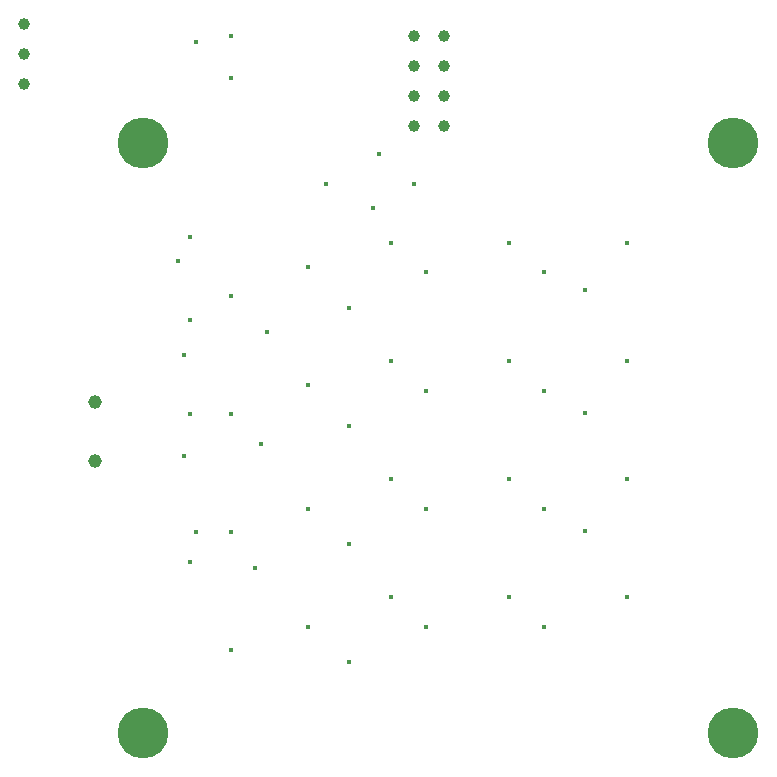
<source format=gbr>
%TF.GenerationSoftware,KiCad,Pcbnew,5.1.9+dfsg1-1~bpo10+1*%
%TF.CreationDate,2021-09-24T07:36:27+00:00*%
%TF.ProjectId,blinkenlights,626c696e-6b65-46e6-9c69-676874732e6b,rev?*%
%TF.SameCoordinates,Original*%
%TF.FileFunction,Plated,1,2,PTH,Drill*%
%TF.FilePolarity,Positive*%
%FSLAX46Y46*%
G04 Gerber Fmt 4.6, Leading zero omitted, Abs format (unit mm)*
G04 Created by KiCad (PCBNEW 5.1.9+dfsg1-1~bpo10+1) date 2021-09-24 07:36:27*
%MOMM*%
%LPD*%
G01*
G04 APERTURE LIST*
%TA.AperFunction,ViaDrill*%
%ADD10C,0.400000*%
%TD*%
%TA.AperFunction,ComponentDrill*%
%ADD11C,1.000000*%
%TD*%
%TA.AperFunction,ComponentDrill*%
%ADD12C,1.150000*%
%TD*%
%TA.AperFunction,ComponentDrill*%
%ADD13C,4.300000*%
%TD*%
G04 APERTURE END LIST*
D10*
X118000000Y-75000000D03*
X118500000Y-83000000D03*
X118500000Y-91500000D03*
X119000000Y-73000000D03*
X119000000Y-80000000D03*
X119000000Y-88000000D03*
X119000000Y-100500000D03*
X119500000Y-56500000D03*
X119500000Y-98000000D03*
X122500000Y-56000000D03*
X122500000Y-59500000D03*
X122500000Y-78000000D03*
X122500000Y-88000000D03*
X122500000Y-98000000D03*
X122500000Y-108000000D03*
X124500000Y-101000000D03*
X125000000Y-90500000D03*
X125500000Y-81000000D03*
X129000000Y-75500000D03*
X129000000Y-85500000D03*
X129000000Y-96000000D03*
X129000000Y-106000000D03*
X130500000Y-68500000D03*
X132500000Y-79000000D03*
X132500000Y-89000000D03*
X132500000Y-99000000D03*
X132500000Y-109000000D03*
X134500000Y-70500000D03*
X135000000Y-66000000D03*
X136000000Y-73500000D03*
X136000000Y-83500000D03*
X136000000Y-93500000D03*
X136000000Y-103500000D03*
X138000000Y-68500000D03*
X139000000Y-76000000D03*
X139000000Y-86000000D03*
X139000000Y-96000000D03*
X139000000Y-106000000D03*
X146000000Y-73500000D03*
X146000000Y-83500000D03*
X146000000Y-93500000D03*
X146000000Y-103500000D03*
X149000000Y-76000000D03*
X149000000Y-86000000D03*
X149000000Y-96000000D03*
X149000000Y-106000000D03*
X152500000Y-77500000D03*
X152500000Y-87900011D03*
X152500000Y-97900011D03*
X156000000Y-73500000D03*
X156000000Y-83500000D03*
X156000000Y-93500000D03*
X156000000Y-103500000D03*
D11*
%TO.C,J103*%
X105000000Y-55000000D03*
X105000000Y-57540000D03*
X105000000Y-60080000D03*
%TO.C,J101*%
X137960000Y-56000000D03*
X137960000Y-58540000D03*
X137960000Y-61080000D03*
X137960000Y-63620000D03*
X140500000Y-56000000D03*
X140500000Y-58540000D03*
X140500000Y-61080000D03*
X140500000Y-63620000D03*
D12*
%TO.C,J104*%
X111000000Y-87000000D03*
X111000000Y-92000000D03*
D13*
%TO.C,H101*%
X115000000Y-65000000D03*
%TO.C,H103*%
X115000000Y-115000000D03*
%TO.C,H102*%
X165000000Y-65000000D03*
%TO.C,H104*%
X165000000Y-115000000D03*
M02*

</source>
